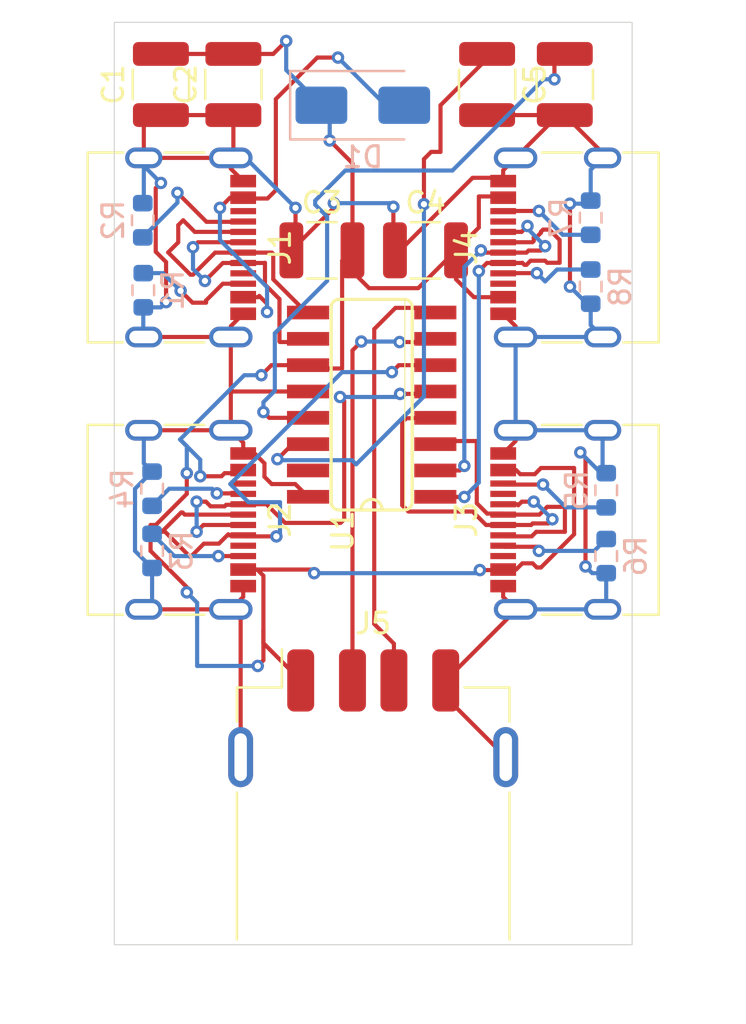
<source format=kicad_pcb>
(kicad_pcb (version 20240108) (generator "pcbnew") (generator_version "8.0")
  (layers (0 "F.Cu" signal) (31 "B.Cu" signal) (34 "B.Paste" user) (35 "F.Paste" user) (36 "B.SilkS" user "B.Silkscreen") (37 "F.SilkS" user "F.Silkscreen") (38 "B.Mask" user) (39 "F.Mask" user) (44 "Edge.Cuts" user))
  (net 0 "")
  (net 1 "VBUS")
  (net 2 "GND")
  (net 3 "Net-(U1-VDD18)")
  (net 4 "Net-(U1-VDD33)")
  (net 5 "Net-(D1-A)")
  (net 6 "usbc_1-")
  (net 8 "Net-(J1-CC2)")
  (net 9 "usbc_1+")
  (net 11 "Net-(J1-CC1)")
  (net 12 "usbc_2+")
  (net 13 "usbc_2-")
  (net 16 "Net-(J2-CC2)")
  (net 17 "Net-(J2-CC1)")
  (net 19 "usbc_3+")
  (net 21 "usbc_3-")
  (net 22 "Net-(J3-CC2)")
  (net 23 "Net-(J3-CC1)")
  (net 24 "usbc_4-")
  (net 25 "Net-(J4-CC1)")
  (net 26 "usbc_4+")
  (net 27 "Net-(J4-CC2)")
  (net 30 "usba+")
  (net 31 "usba-")
  (footprint "Connector_USB:USB_C_Receptacle_G-Switch_GT-USB-7010ASV" (layer "F.Cu") (at 135 97 -90)
    (property "Reference" "J2")
    (property "Value" "USB_C_Receptacle_USB2.0_16P")
  )
  (footprint "Capacitor_SMD:C_1210_3225Metric" (layer "F.Cu") (at 138.25 76 90)
    (property "Reference" "C2")
    (property "Value" "10uF")
  )
  (footprint "Capacitor_SMD:C_1210_3225Metric" (layer "F.Cu") (at 134.75 76 90)
    (property "Reference" "C1")
    (property "Value" "10uF")
  )
  (footprint "Capacitor_SMD:C_1210_3225Metric" (layer "F.Cu") (at 150.5 76 -90)
    (property "Reference" "C5")
    (property "Value" "10uF")
  )
  (footprint "corechips:SO16" (layer "F.Cu") (at 144.9266 91.445 90)
    (property "Reference" "U1")
    (property "Value" "SL2.1A")
  )
  (footprint "Capacitor_SMD:C_1210_3225Metric" (layer "F.Cu") (at 142.525 84)
    (property "Reference" "C3")
    (property "Value" "10uF")
  )
  (footprint "Connector_USB:USB_A_Receptacle_GCT_USB1046" (layer "F.Cu") (at 145 112)
    (property "Reference" "J5")
    (property "Value" "USB_A")
  )
  (footprint "Connector_USB:USB_C_Receptacle_G-Switch_GT-USB-7010ASV" (layer "F.Cu") (at 155 83.86 90)
    (property "Reference" "J4")
    (property "Value" "USB_C_Receptacle_USB2.0_16P")
  )
  (footprint "Capacitor_SMD:C_1210_3225Metric" (layer "F.Cu") (at 147.525 84)
    (property "Reference" "C4")
    (property "Value" "10uF")
  )
  (footprint "Connector_USB:USB_C_Receptacle_G-Switch_GT-USB-7010ASV" (layer "F.Cu") (at 155 97 90)
    (property "Reference" "J3")
    (property "Value" "USB_C_Receptacle_USB2.0_16P")
  )
  (footprint "Capacitor_SMD:C_1210_3225Metric" (layer "F.Cu") (at 154.25 76 -90)
    (property "Reference" "C6" (hide yes))
    (property "Value" "10uF")
  )
  (footprint "Connector_USB:USB_C_Receptacle_G-Switch_GT-USB-7010ASV" (layer "F.Cu") (at 135 83.86 -90)
    (property "Reference" "J1")
    (property "Value" "USB_C_Receptacle_USB2.0_16P")
  )
  (footprint "Resistor_SMD:R_0603_1608Metric" (layer "B.Cu") (at 133.875 82.55 -90)
    (property "Reference" "R2")
    (property "Value" "5.1k")
  )
  (footprint "Resistor_SMD:R_0603_1608Metric" (layer "B.Cu") (at 155.5 85.75 90)
    (property "Reference" "R8")
    (property "Value" "5.1k")
  )
  (footprint "Resistor_SMD:R_0603_1608Metric" (layer "B.Cu") (at 134.325 98.5 90)
    (property "Reference" "R3")
    (property "Value" "5.1k")
  )
  (footprint "Resistor_SMD:R_0603_1608Metric" (layer "B.Cu") (at 134.325 95.5 -90)
    (property "Reference" "R4")
    (property "Value" "5.1k")
  )
  (footprint "Resistor_SMD:R_0603_1608Metric" (layer "B.Cu") (at 156.25 95.575 -90)
    (property "Reference" "R5")
    (property "Value" "5.1k")
  )
  (footprint "Resistor_SMD:R_0603_1608Metric" (layer "B.Cu") (at 156.25 98.75 90)
    (property "Reference" "R6")
    (property "Value" "5.1k")
  )
  (footprint "Diode_SMD:D_SMA" (layer "B.Cu") (at 144.5 77)
    (property "Reference" "D1")
    (property "Value" "D_Schottky_Small")
  )
  (footprint "Resistor_SMD:R_0603_1608Metric" (layer "B.Cu") (at 155.5 82.425 -90)
    (property "Reference" "R7")
    (property "Value" "5.1k")
  )
  (footprint "Resistor_SMD:R_0603_1608Metric" (layer "B.Cu") (at 133.9 85.925 90)
    (property "Reference" "R1")
    (property "Value" "5.1k" (hide yes))
  )
  (gr_rect (start 132.5 73) (end 157.5 117.5) (stroke (width 0.05)) (fill none) (layer "Edge.Cuts"))
  (segment (start 139.7 102.325) (end 139.7 103.775) (width 0.2) (layer "F.Cu") (net 1))
  (segment (start 139.7 103.775) (end 139.425 104.05) (width 0.2) (layer "F.Cu") (net 1))
  (segment (start 153.1 99.3) (end 152.9 99.3) (width 0.2) (layer "F.Cu") (net 1))
  (segment (start 150.1 82.9) (end 150.1 81.4) (width 0.2) (layer "F.Cu") (net 1))
  (segment (start 140.175 74.525) (end 140.8 73.9) (width 0.2) (layer "F.Cu") (net 1))
  (segment (start 150.1 81.4) (end 151.215 81.4) (width 0.2) (layer "F.Cu") (net 1))
  (segment (start 151.215 81.4) (end 151.275 81.46) (width 0.2) (layer "F.Cu") (net 1))
  (segment (start 147.175 85.825) (end 149 84) (width 0.2) (layer "F.Cu") (net 1))
  (segment (start 139.7 102.325) (end 139.7 102.95) (width 0.2) (layer "F.Cu") (net 1))
  (segment (start 138.25 74.525) (end 133.75 74.525) (width 0.2) (layer "F.Cu") (net 1))
  (segment (start 144 85.025) (end 144.8 85.825) (width 0.2) (layer "F.Cu") (net 1))
  (segment (start 144 84) (end 143.5 84.5) (width 0.2) (layer "F.Cu") (net 1))
  (segment (start 151.275 94.6) (end 151.9 94.6) (width 0.2) (layer "F.Cu") (net 1))
  (segment (start 138.725 99.4) (end 139.4 99.4) (width 0.2) (layer "F.Cu") (net 1))
  (segment (start 137.825 94.75) (end 138.575 94.75) (width 0.2) (layer "F.Cu") (net 1))
  (segment (start 143.5 84.5) (end 143.5 89.7) (width 0.2) (layer "F.Cu") (net 1))
  (segment (start 134.25 97.25) (end 134.25 98.5) (width 0.2) (layer "F.Cu") (net 1))
  (segment (start 144 79.8) (end 142.9 78.7) (width 0.2) (layer "F.Cu") (net 1))
  (segment (start 143.5 89.7) (end 142.0132 89.7) (width 0.2) (layer "F.Cu") (net 1))
  (segment (start 139.4 99.4) (end 139.7 99.7) (width 0.2) (layer "F.Cu") (net 1))
  (segment (start 136.65 94.9) (end 137.675 94.9) (width 0.2) (layer "F.Cu") (net 1))
  (segment (start 141.975 99.4) (end 142.15 99.575) (width 0.2) (layer "F.Cu") (net 1))
  (segment (start 139.7 102.95) (end 141.5 104.75) (width 0.2) (layer "F.Cu") (net 1))
  (segment (start 134.5 97.25) (end 134.25 97.25) (width 0.2) (layer "F.Cu") (net 1))
  (segment (start 139.7 99.7) (end 139.7 102.325) (width 0.2) (layer "F.Cu") (net 1))
  (segment (start 152.1 94.8) (end 152.8 94.8) (width 0.2) (layer "F.Cu") (net 1))
  (segment (start 151.9 99.4) (end 151.275 99.4) (width 0.2) (layer "F.Cu") (net 1))
  (segment (start 151.25 99.425) (end 151.275 99.4) (width 0.2) (layer "F.Cu") (net 1))
  (segment (start 134.25 98.5) (end 136 100.25) (width 0.2) (layer "F.Cu") (net 1))
  (segment (start 142.0132 89.7) (end 141.8532 89.54) (width 0.2) (layer "F.Cu") (net 1))
  (segment (start 151.9 94.6) (end 152.1 94.8) (width 0.2) (layer "F.Cu") (net 1))
  (segment (start 152.7 99.1) (end 152.2 99.1) (width 0.2) (layer "F.Cu") (net 1))
  (segment (start 144.8 85.825) (end 147.175 85.825) (width 0.2) (layer "F.Cu") (net 1))
  (segment (start 138.725 99.4) (end 141.975 99.4) (width 0.2) (layer "F.Cu") (net 1))
  (segment (start 150.15 99.425) (end 151.25 99.425) (width 0.2) (layer "F.Cu") (net 1))
  (segment (start 154.7 97.7) (end 153.1 99.3) (width 0.2) (layer "F.Cu") (net 1))
  (segment (start 136 100.25) (end 136 100.5) (width 0.2) (layer "F.Cu") (net 1))
  (segment (start 144 84) (end 144 79.8) (width 0.2) (layer "F.Cu") (net 1))
  (segment (start 136 94.75) (end 136 95.75) (width 0.2) (layer "F.Cu") (net 1))
  (segment (start 152.9 99.3) (end 152.7 99.1) (width 0.2) (layer "F.Cu") (net 1))
  (segment (start 154.7 94.5) (end 154.7 97.7) (width 0.2) (layer "F.Cu") (net 1))
  (segment (start 149.86 86.26) (end 149 85.4) (width 0.2) (layer "F.Cu") (net 1))
  (segment (start 134.5 97.25) (end 136 95.75) (width 0.2) (layer "F.Cu") (net 1))
  (segment (start 149 85.4) (end 149 84) (width 0.2) (layer "F.Cu") (net 1))
  (segment (start 149 84) (end 150.1 82.9) (width 0.2) (layer "F.Cu") (net 1))
  (segment (start 152.2 99.1) (end 151.9 99.4) (width 0.2) (layer "F.Cu") (net 1))
  (segment (start 141.8532 89.54) (end 140.085 89.54) (width 0.2) (layer "F.Cu") (net 1))
  (segment (start 138.575 94.75) (end 138.725 94.6) (width 0.2) (layer "F.Cu") (net 1))
  (segment (start 140.085 89.54) (end 139.6 90.025) (width 0.2) (layer "F.Cu") (net 1))
  (segment (start 153.1 94.5) (end 154.7 94.5) (width 0.2) (layer "F.Cu") (net 1))
  (segment (start 138.25 74.525) (end 140.175 74.525) (width 0.2) (layer "F.Cu") (net 1))
  (segment (start 137.675 94.9) (end 137.825 94.75) (width 0.2) (layer "F.Cu") (net 1))
  (segment (start 144 84) (end 144 85.025) (width 0.2) (layer "F.Cu") (net 1))
  (segment (start 151.275 86.26) (end 149.86 86.26) (width 0.2) (layer "F.Cu") (net 1))
  (segment (start 152.8 94.8) (end 153.1 94.5) (width 0.2) (layer "F.Cu") (net 1))
  (via (at 139.6 90.025) (size 0.6) (drill 0.3) (layers "F.Cu" "B.Cu") (net 1))
  (via (at 139.425 104.05) (size 0.6) (drill 0.3) (layers "F.Cu" "B.Cu") (net 1))
  (via (at 150.15 99.425) (size 0.6) (drill 0.3) (layers "F.Cu" "B.Cu") (net 1))
  (via (at 140.8 73.9) (size 0.6) (drill 0.3) (layers "F.Cu" "B.Cu") (net 1))
  (via (at 136 94.75) (size 0.6) (drill 0.3) (layers "F.Cu" "B.Cu") (net 1))
  (via (at 142.9 78.7) (size 0.6) (drill 0.3) (layers "F.Cu" "B.Cu") (net 1))
  (via (at 136.65 94.9) (size 0.6) (drill 0.3) (layers "F.Cu" "B.Cu") (net 1))
  (via (at 136 100.5) (size 0.6) (drill 0.3) (layers "F.Cu" "B.Cu") (net 1))
  (via (at 142.15 99.575) (size 0.6) (drill 0.3) (layers "F.Cu" "B.Cu") (net 1))
  (segment (start 136.5 101) (end 136.5 104.05) (width 0.2) (layer "B.Cu") (net 1))
  (segment (start 142.9 78.7) (end 142.9 77.4) (width 0.2) (layer "B.Cu") (net 1))
  (segment (start 139.425 104.05) (end 136.5 104.05) (width 0.2) (layer "B.Cu") (net 1))
  (segment (start 139.6 90.025) (end 138.775 90.025) (width 0.2) (layer "B.Cu") (net 1))
  (segment (start 142.15 99.575) (end 150 99.575) (width 0.2) (layer "B.Cu") (net 1))
  (segment (start 150 99.575) (end 150.15 99.425) (width 0.2) (layer "B.Cu") (net 1))
  (segment (start 140.8 75.3) (end 140.8 73.9) (width 0.2) (layer "B.Cu") (net 1))
  (segment (start 136 93.45) (end 136 94.75) (width 0.2) (layer "B.Cu") (net 1))
  (segment (start 135.675 93.125) (end 136.65 94.1) (width 0.2) (layer "B.Cu") (net 1))
  (segment (start 136 100.5) (end 136.5 101) (width 0.2) (layer "B.Cu") (net 1))
  (segment (start 135.675 93.125) (end 138.775 90.025) (width 0.2) (layer "B.Cu") (net 1))
  (segment (start 135.675 93.125) (end 136 93.45) (width 0.2) (layer "B.Cu") (net 1))
  (segment (start 142.5 77) (end 140.8 75.3) (width 0.2) (layer "B.Cu") (net 1))
  (segment (start 136.65 94.1) (end 136.65 94.9) (width 0.2) (layer "B.Cu") (net 1))
  (segment (start 142.9 77.4) (end 142.5 77) (width 0.2) (layer "B.Cu") (net 1))
  (segment (start 153.94 77.475) (end 151.875 79.54) (width 0.2) (layer "F.Cu") (net 2))
  (segment (start 138.125 92.68) (end 138.725 93.28) (width 0.2) (layer "F.Cu") (net 2))
  (segment (start 134.5 84.065686) (end 135 84.565686) (width 0.2) (layer "F.Cu") (net 2))
  (segment (start 138.25 77.475) (end 138.25 79.415) (width 0.2) (layer "F.Cu") (net 2))
  (segment (start 148.5 105.55) (end 151.4 108.45) (width 0.2) (layer "F.Cu") (net 2))
  (segment (start 138.125 79.54) (end 133.925 79.54) (width 0.2) (layer "F.Cu") (net 2))
  (segment (start 151.115 80.5) (end 151.275 80.66) (width 0.2) (layer "F.Cu") (net 2))
  (segment (start 134.5 81) (end 134.75 80.75) (width 0.2) (layer "F.Cu") (net 2))
  (segment (start 151.875 101.375) (end 151.875 101.32) (width 0.2) (layer "F.Cu") (net 2))
  (segment (start 145.975 83.925) (end 146.05 84) (width 0.2) (layer "F.Cu") (net 2))
  (segment (start 141.25 81.95) (end 141.25 83.8) (width 0.2) (layer "F.Cu") (net 2))
  (segment (start 134.5 84) (end 134.5 81) (width 0.2) (layer "F.Cu") (net 2))
  (segment (start 138.25 77.475) (end 133.75 77.475) (width 0.2) (layer "F.Cu") (net 2))
  (segment (start 141.2382 95.275) (end 140.1 95.275) (width 0.2) (layer "F.Cu") (net 2))
  (segment (start 138.25 79.415) (end 138.125 79.54) (width 0.2) (layer "F.Cu") (net 2))
  (segment (start 133.75 77.475) (end 133.925 77.65) (width 0.2) (layer "F.Cu") (net 2))
  (segment (start 135 86.5) (end 135 84.565686) (width 0.2) (layer "F.Cu") (net 2))
  (segment (start 139.275 93.8) (end 139.75 94.275) (width 0.2) (layer "F.Cu") (net 2))
  (segment (start 138.125 80.06) (end 138.725 80.66) (width 0.2) (layer "F.Cu") (net 2))
  (segment (start 138.725 93.28) (end 138.725 93.8) (width 0.2) (layer "F.Cu") (net 2))
  (segment (start 143.1 81.95) (end 143.1 81.725) (width 0.2) (layer "F.Cu") (net 2))
  (segment (start 139.75 94.925) (end 140.1 95.275) (width 0.2) (layer "F.Cu") (net 2))
  (segment (start 148.5 104.75) (end 148.5 105.55) (width 0.2) (layer "F.Cu") (net 2))
  (segment (start 138.125 79.54) (end 138.125 80.06) (width 0.2) (layer "F.Cu") (net 2))
  (segment (start 133.925 88.18) (end 138.125 88.18) (width 0.2) (layer "F.Cu") (net 2))
  (segment (start 154.25 77.475) (end 156.075 79.3) (width 0.2) (layer "F.Cu") (net 2))
  (segment (start 138.725 93.8) (end 139.275 93.8) (width 0.2) (layer "F.Cu") (net 2))
  (segment (start 138.125 87.66) (end 138.725 87.06) (width 0.2) (layer "F.Cu") (net 2))
  (segment (start 138.125 88.18) (end 138.125 90.7) (width 0.2) (layer "F.Cu") (net 2))
  (segment (start 151.875 93.2) (end 151.275 93.8) (width 0.2) (layer "F.Cu") (net 2))
  (segment (start 138.125 92.68) (end 133.925 92.68) (width 0.2) (layer "F.Cu") (net 2))
  (segment (start 156.075 79.3) (end 156.075 79.54) (width 0.2) (layer "F.Cu") (net 2))
  (segment (start 151.275 80.14) (end 151.875 79.54) (width 0.2) (layer "F.Cu") (net 2))
  (segment (start 138.6 108.45) (end 138.6 101.795) (width 0.2) (layer "F.Cu") (net 2))
  (segment (start 138.6 101.795) (end 138.125 101.32) (width 0.2) (layer "F.Cu") (net 2))
  (segment (start 151.875 92.68) (end 151.875 93.2) (width 0.2) (layer "F.Cu") (net 2))
  (segment (start 149.8 80.5) (end 151.115 80.5) (width 0.2) (layer "F.Cu") (net 2))
  (segment (start 151.875 88.18) (end 151.875 87.66) (width 0.2) (layer "F.Cu") (net 2))
  (segment (start 151.875 87.66) (end 151.275 87.06) (width 0.2) (layer "F.Cu") (net 2))
  (segment (start 134.5 84.065686) (end 134.5 84) (width 0.2) (layer "F.Cu") (net 2))
  (segment (start 154.5 85.75) (end 154.5 81.75) (width 0.2) (layer "F.Cu") (net 2))
  (segment (start 148.5 104.75) (end 151.875 101.375) (width 0.2) (layer "F.Cu") (net 2))
  (segment (start 133.925 77.65) (end 133.925 79.54) (width 0.2) (layer "F.Cu") (net 2))
  (segment (start 138.235 90.81) (end 138.125 90.7) (width 0.2) (layer "F.Cu") (net 2))
  (segment (start 141.8532 95.89) (end 141.2382 95.275) (width 0.2) (layer "F.Cu") (net 2))
  (segment (start 145.975 81.9) (end 145.975 83.925) (width 0.2) (layer "F.Cu") (net 2))
  (segment (start 154.25 77.475) (end 153.94 77.475) (width 0.2) (layer "F.Cu") (net 2))
  (segment (start 146.05 84) (end 146.3 84) (width 0.2) (layer "F.Cu") (net 2))
  (segment (start 141.05 84) (end 143.1 81.95) (width 0.2) (layer "F.Cu") (net 2))
  (segment (start 150.5 77.475) (end 154.25 77.475) (width 0.2) (layer "F.Cu") (net 2))
  (segment (start 151.275 100.2) (end 151.275 100.72) (width 0.2) (layer "F.Cu") (net 2))
  (segment (start 151.275 100.72) (end 151.875 101.32) (width 0.2) (layer "F.Cu") (net 2))
  (segment (start 155.25 99.25) (end 155.25 94) (width 0.2) (layer "F.Cu") (net 2))
  (segment (start 146.3 84) (end 149.8 80.5) (width 0.2) (layer "F.Cu") (net 2))
  (segment (start 139.75 94.275) (end 139.75 94.925) (width 0.2) (layer "F.Cu") (net 2))
  (segment (start 141.8532 90.81) (end 138.235 90.81) (width 0.2) (layer "F.Cu") (net 2))
  (segment (start 138.125 88.18) (end 138.125 87.66) (width 0.2) (layer "F.Cu") (net 2))
  (segment (start 141.25 83.8) (end 141.05 84) (width 0.2) (layer "F.Cu") (net 2))
  (segment (start 138.725 100.2) (end 138.725 100.72) (width 0.2) (layer "F.Cu") (net 2))
  (segment (start 133.925 101.32) (end 138.125 101.32) (width 0.2) (layer "F.Cu") (net 2))
  (segment (start 151.275 80.66) (end 151.275 80.14) (width 0.2) (layer "F.Cu") (net 2))
  (segment (start 138.725 100.72) (end 138.125 101.32) (width 0.2) (layer "F.Cu") (net 2))
  (segment (start 138.125 90.7) (end 138.125 92.68) (width 0.2) (layer "F.Cu") (net 2))
  (segment (start 155.25 94) (end 155 93.75) (width 0.2) (layer "F.Cu") (net 2))
  (via (at 145.975 81.9) (size 0.6) (drill 0.3) (layers "F.Cu" "B.Cu") (net 2))
  (via (at 154.5 85.75) (size 0.6) (drill 0.3) (layers "F.Cu" "B.Cu") (net 2))
  (via (at 143.1 81.725) (size 0.6) (drill 0.3) (layers "F.Cu" "B.Cu") (net 2))
  (via (at 134.75 80.75) (size 0.6) (drill 0.3) (layers "F.Cu" "B.Cu") (net 2))
  (via (at 135 86.5) (size 0.6) (drill 0.3) (layers "F.Cu" "B.Cu") (net 2))
  (via (at 155 93.75) (size 0.6) (drill 0.3) (layers "F.Cu" "B.Cu") (net 2))
  (via (at 155.25 99.25) (size 0.6) (drill 0.3) (layers "F.Cu" "B.Cu") (net 2))
  (via (at 141.25 81.95) (size 0.6) (drill 0.3) (layers "F.Cu" "B.Cu") (net 2))
  (via (at 154.5 81.75) (size 0.6) (drill 0.3) (layers "F.Cu" "B.Cu") (net 2))
  (segment (start 156.25 99.575) (end 156.25 101.145) (width 0.2) (layer "B.Cu") (net 2))
  (segment (start 133.9 88.155) (end 133.925 88.18) (width 0.2) (layer "B.Cu") (net 2))
  (segment (start 145.8 81.725) (end 145.975 81.9) (width 0.2) (layer "B.Cu") (net 2))
  (segment (start 155.5 86.575) (end 155.325 86.575) (width 0.2) (layer "B.Cu") (net 2))
  (segment (start 134.325 94.675) (end 133.925 94.275) (width 0.2) (layer "B.Cu") (net 2))
  (segment (start 133.925 79.54) (end 133.925 81.675) (width 0.2) (layer "B.Cu") (net 2))
  (segment (start 133.925 81.675) (end 133.875 81.725) (width 0.2) (layer "B.Cu") (net 2))
  (segment (start 133.925 79.925) (end 133.925 79.54) (width 0.2) (layer "B.Cu") (net 2))
  (segment (start 155.5 86.575) (end 155.5 87.605) (width 0.2) (layer "B.Cu") (net 2))
  (segment (start 134.325 94.675) (end 133.5 95.5) (width 0.2) (layer "B.Cu") (net 2))
  (segment (start 155.325 86.575) (end 154.5 85.75) (width 0.2) (layer "B.Cu") (net 2))
  (segment (start 134.325 99.325) (end 134.325 100.92) (width 0.2) (layer "B.Cu") (net 2))
  (segment (start 133.5 98.5) (end 134.325 99.325) (width 0.2) (layer "B.Cu") (net 2))
  (segment (start 154.5 81.75) (end 155.35 81.75) (width 0.2) (layer "B.Cu") (net 2))
  (segment (start 156.075 92.68) (end 151.875 92.68) (width 0.2) (layer "B.Cu") (net 2))
  (segment (start 156.25 101.145) (end 156.075 101.32) (width 0.2) (layer "B.Cu") (net 2))
  (segment (start 156.075 92.68) (end 156.075 94.575) (width 0.2) (layer "B.Cu") (net 2))
  (segment (start 155 93.75) (end 156 94.75) (width 0.2) (layer "B.Cu") (net 2))
  (segment (start 155.5 81.6) (end 155.5 80.115) (width 0.2) (layer "B.Cu") (net 2))
  (segment (start 155.5 80.115) (end 156.075 79.54) (width 0.2) (layer "B.Cu") (net 2))
  (segment (start 155.5 87.605) (end 156.075 88.18) (width 0.2) (layer "B.Cu") (net 2))
  (segment (start 156 94.75) (end 156.25 94.75) (width 0.2) (layer "B.Cu") (net 2))
  (segment (start 155.575 99.575) (end 155.25 99.25) (width 0.2) (layer "B.Cu") (net 2))
  (segment (start 133.9 86.75) (end 133.9 88.155) (width 0.2) (layer "B.Cu") (net 2))
  (segment (start 156.075 88.18) (end 151.875 88.18) (width 0.2) (layer "B.Cu") (net 2))
  (segment (start 156.075 101.32) (end 151.875 101.32) (width 0.2) (layer "B.Cu") (net 2))
  (segment (start 155.35 81.75) (end 155.5 81.6) (width 0.2) (layer "B.Cu") (net 2))
  (segment (start 138.84 79.54) (end 141.25 81.95) (width 0.2) (layer "B.Cu") (net 2))
  (segment (start 156.075 94.575) (end 156.25 94.75) (width 0.2) (layer "B.Cu") (net 2))
  (segment (start 133.9 86.75) (end 134.75 86.75) (width 0.2) (layer "B.Cu") (net 2))
  (segment (start 151.875 88.18) (end 151.875 92.68) (width 0.2) (layer "B.Cu") (net 2))
  (segment (start 143.1 81.725) (end 145.8 81.725) (width 0.2) (layer "B.Cu") (net 2))
  (segment (start 134.325 100.92) (end 133.925 101.32) (width 0.2) (layer "B.Cu") (net 2))
  (segment (start 134.75 80.75) (end 133.925 79.925) (width 0.2) (layer "B.Cu") (net 2))
  (segment (start 134.75 86.75) (end 135 86.5) (width 0.2) (layer "B.Cu") (net 2))
  (segment (start 156.25 99.575) (end 155.575 99.575) (width 0.2) (layer "B.Cu") (net 2))
  (segment (start 133.5 95.5) (end 133.5 98.5) (width 0.2) (layer "B.Cu") (net 2))
  (segment (start 133.925 94.275) (end 133.925 92.68) (width 0.2) (layer "B.Cu") (net 2))
  (segment (start 138.125 79.54) (end 138.84 79.54) (width 0.2) (layer "B.Cu") (net 2))
  (segment (start 148.25 79.25) (end 147.8 79.25) (width 0.2) (layer "F.Cu") (net 3))
  (segment (start 140.375 94.075) (end 141.1 93.35) (width 0.2) (layer "F.Cu") (net 3))
  (segment (start 147.45 79.6) (end 147.45 81.775) (width 0.2) (layer "F.Cu") (net 3))
  (segment (start 150.5 74.525) (end 150.5 74.75) (width 0.2) (layer "F.Cu") (net 3))
  (segment (start 148.25 77) (end 148.25 79.25) (width 0.2) (layer "F.Cu") (net 3))
  (segment (start 147.8 79.25) (end 147.45 79.6) (width 0.2) (layer "F.Cu") (net 3))
  (segment (start 150.5 74.75) (end 148.25 77) (width 0.2) (layer "F.Cu") (net 3))
  (segment (start 141.1 93.35) (end 141.8532 93.35) (width 0.2) (layer "F.Cu") (net 3))
  (via (at 147.45 81.775) (size 0.6) (drill 0.3) (layers "F.Cu" "B.Cu") (net 3))
  (via (at 140.375 94.075) (size 0.6) (drill 0.3) (layers "F.Cu" "B.Cu") (net 3))
  (segment (start 140.425 94.125) (end 143.975 94.125) (width 0.2) (layer "B.Cu") (net 3))
  (segment (start 144.175 94.325) (end 143.975 94.125) (width 0.2) (layer "B.Cu") (net 3))
  (segment (start 140.425 94.125) (end 140.375 94.075) (width 0.2) (layer "B.Cu") (net 3))
  (segment (start 147.45 81.775) (end 147.45 91.05) (width 0.2) (layer "B.Cu") (net 3))
  (segment (start 147.45 91.05) (end 144.175 94.325) (width 0.2) (layer "B.Cu") (net 3))
  (segment (start 153.75 75.025) (end 154.25 74.525) (width 0.2) (layer "F.Cu") (net 4))
  (segment (start 153.75 75.75) (end 153.75 75.025) (width 0.2) (layer "F.Cu") (net 4))
  (segment (start 139.98 92.08) (end 139.7 91.8) (width 0.2) (layer "F.Cu") (net 4))
  (segment (start 141.8532 92.08) (end 139.98 92.08) (width 0.2) (layer "F.Cu") (net 4))
  (via (at 153.75 75.75) (size 0.6) (drill 0.3) (layers "F.Cu" "B.Cu") (net 4))
  (via (at 139.7 91.8) (size 0.6) (drill 0.3) (layers "F.Cu" "B.Cu") (net 4))
  (segment (start 142.775 85.475) (end 142.775 82.375) (width 0.2) (layer "B.Cu") (net 4))
  (segment (start 140.25 90.775) (end 140.25 88) (width 0.2) (layer "B.Cu") (net 4))
  (segment (start 143.65 80.15) (end 148.825 80.15) (width 0.2) (layer "B.Cu") (net 4))
  (segment (start 142.2 81.6) (end 143.65 80.15) (width 0.2) (layer "B.Cu") (net 4))
  (segment (start 142.2 81.8) (end 142.2 81.6) (width 0.2) (layer "B.Cu") (net 4))
  (segment (start 142.775 82.375) (end 142.2 81.8) (width 0.2) (layer "B.Cu") (net 4))
  (segment (start 140.25 88) (end 142.775 85.475) (width 0.2) (layer "B.Cu") (net 4))
  (segment (start 139.7 91.8) (end 139.7 91.325) (width 0.2) (layer "B.Cu") (net 4))
  (segment (start 139.7 91.325) (end 140.25 90.775) (width 0.2) (layer "B.Cu") (net 4))
  (segment (start 153.225 75.75) (end 153.75 75.75) (width 0.2) (layer "B.Cu") (net 4))
  (segment (start 148.825 80.15) (end 153.225 75.75) (width 0.2) (layer "B.Cu") (net 4))
  (segment (start 143.3 74.7) (end 142.3 74.7) (width 0.2) (layer "F.Cu") (net 5))
  (segment (start 139.875 86.975) (end 139.875 86.575) (width 0.2) (layer "F.Cu") (net 5))
  (segment (start 139.9 81.5) (end 138.765 81.5) (width 0.2) (layer "F.Cu") (net 5))
  (segment (start 140.3 81.1) (end 139.9 81.5) (width 0.2) (layer "F.Cu") (net 5))
  (segment (start 138.765 81.5) (end 138.725 81.46) (width 0.2) (layer "F.Cu") (net 5))
  (segment (start 139.875 86.575) (end 139.5 86.2) (width 0.2) (layer "F.Cu") (net 5))
  (segment (start 138.09 81.46) (end 137.6 81.95) (width 0.2) (layer "F.Cu") (net 5))
  (segment (start 138.725 81.46) (end 138.09 81.46) (width 0.2) (layer "F.Cu") (net 5))
  (segment (start 142.3 74.7) (end 140.3 76.7) (width 0.2) (layer "F.Cu") (net 5))
  (segment (start 140.3 76.7) (end 140.3 81.1) (width 0.2) (layer "F.Cu") (net 5))
  (segment (start 139.5 86.2) (end 139.44 86.26) (width 0.2) (layer "F.Cu") (net 5))
  (segment (start 139.44 86.26) (end 138.725 86.26) (width 0.2) (layer "F.Cu") (net 5))
  (via (at 137.6 81.95) (size 0.6) (drill 0.3) (layers "F.Cu" "B.Cu") (net 5))
  (via (at 143.3 74.7) (size 0.6) (drill 0.3) (layers "F.Cu" "B.Cu") (net 5))
  (via (at 139.875 86.975) (size 0.6) (drill 0.3) (layers "F.Cu" "B.Cu") (net 5))
  (segment (start 139.875 85.775) (end 139.875 86.975) (width 0.2) (layer "B.Cu") (net 5))
  (segment (start 146.5 77) (end 145.6 77) (width 0.2) (layer "B.Cu") (net 5))
  (segment (start 137.6 83.5) (end 139.875 85.775) (width 0.2) (layer "B.Cu") (net 5))
  (segment (start 137.6 81.95) (end 137.6 83.5) (width 0.2) (layer "B.Cu") (net 5))
  (segment (start 145.6 77) (end 143.3 74.7) (width 0.2) (layer "B.Cu") (net 5))
  (segment (start 135.825 82.55) (end 136.385 83.11) (width 0.2) (layer "F.Cu") (net 6))
  (segment (start 140.175 84.175) (end 140.175 85.4) (width 0.2) (layer "F.Cu") (net 6))
  (segment (start 136.175 85.175) (end 135.1 84.1) (width 0.2) (layer "F.Cu") (net 6))
  (segment (start 137.365 84.11) (end 136.3 85.175) (width 0.2) (layer "F.Cu") (net 6))
  (segment (start 140.175 85.4) (end 141.775 87) (width 0.2) (layer "F.Cu") (net 6))
  (segment (start 138.725 84.11) (end 137.365 84.11) (width 0.2) (layer "F.Cu") (net 6))
  (segment (start 135.1 84.1) (end 135.588235 83.611765) (width 0.2) (layer "F.Cu") (net 6))
  (segment (start 138.725 84.11) (end 140.11 84.11) (width 0.2) (layer "F.Cu") (net 6))
  (segment (start 135.588235 82.786765) (end 135.825 82.55) (width 0.2) (layer "F.Cu") (net 6))
  (segment (start 141.725 87) (end 141.8532 87) (width 0.2) (layer "F.Cu") (net 6))
  (segment (start 136.3 85.175) (end 136.175 85.175) (width 0.2) (layer "F.Cu") (net 6))
  (segment (start 136.385 83.11) (end 138.725 83.11) (width 0.2) (layer "F.Cu") (net 6))
  (segment (start 140.11 84.11) (end 140.175 84.175) (width 0.2) (layer "F.Cu") (net 6))
  (segment (start 135.588235 83.611765) (end 135.588235 82.786765) (width 0.2) (layer "F.Cu") (net 6))
  (segment (start 141.775 87) (end 141.8532 87) (width 0.2) (layer "F.Cu") (net 6))
  (segment (start 136.93 86.525) (end 136.93 86.42) (width 0.2) (layer "F.Cu") (net 8))
  (segment (start 135.7 85.95) (end 136.275 86.525) (width 0.2) (layer "F.Cu") (net 8))
  (segment (start 136.275 86.525) (end 136.93 86.525) (width 0.2) (layer "F.Cu") (net 8))
  (segment (start 136.93 86.42) (end 137.74 85.61) (width 0.2) (layer "F.Cu") (net 8))
  (segment (start 137.74 85.61) (end 138.725 85.61) (width 0.2) (layer "F.Cu") (net 8))
  (via (at 135.7 85.95) (size 0.6) (drill 0.3) (layers "F.Cu" "B.Cu") (net 8))
  (segment (start 134.85 85.1) (end 135.7 85.95) (width 0.2) (layer "B.Cu") (net 8))
  (segment (start 133.9 85.1) (end 134.85 85.1) (width 0.2) (layer "B.Cu") (net 8))
  (segment (start 141.6982 88.425) (end 141.8532 88.27) (width 0.2) (layer "F.Cu") (net 9))
  (segment (start 140.5 88.425) (end 141.6982 88.425) (width 0.2) (layer "F.Cu") (net 9))
  (segment (start 140.475 88.4) (end 140.5 88.425) (width 0.2) (layer "F.Cu") (net 9))
  (segment (start 138.725 83.61) (end 136.54 83.61) (width 0.2) (layer "F.Cu") (net 9))
  (segment (start 139.765 84.61) (end 139.775 84.6) (width 0.2) (layer "F.Cu") (net 9))
  (segment (start 136.875 85.475) (end 137.74 84.61) (width 0.2) (layer "F.Cu") (net 9))
  (segment (start 139.775 85.65) (end 140.475 86.35) (width 0.2) (layer "F.Cu") (net 9))
  (segment (start 138.725 84.61) (end 139.765 84.61) (width 0.2) (layer "F.Cu") (net 9))
  (segment (start 137.74 84.61) (end 138.725 84.61) (width 0.2) (layer "F.Cu") (net 9))
  (segment (start 140.475 86.35) (end 140.475 88.4) (width 0.2) (layer "F.Cu") (net 9))
  (segment (start 136.54 83.61) (end 136.3 83.85) (width 0.2) (layer "F.Cu") (net 9))
  (segment (start 139.775 84.6) (end 139.775 85.65) (width 0.2) (layer "F.Cu") (net 9))
  (via (at 136.3 83.85) (size 0.6) (drill 0.3) (layers "F.Cu" "B.Cu") (net 9))
  (via (at 136.875 85.475) (size 0.6) (drill 0.3) (layers "F.Cu" "B.Cu") (net 9))
  (segment (start 136.3 83.85) (end 136.3 84.9) (width 0.2) (layer "B.Cu") (net 9))
  (segment (start 136.3 84.9) (end 136.875 85.475) (width 0.2) (layer "B.Cu") (net 9))
  (segment (start 135.55 81.225) (end 136.95 82.625) (width 0.2) (layer "F.Cu") (net 11))
  (segment (start 138.71 82.625) (end 138.725 82.61) (width 0.2) (layer "F.Cu") (net 11))
  (segment (start 136.95 82.625) (end 138.71 82.625) (width 0.2) (layer "F.Cu") (net 11))
  (via (at 135.55 81.225) (size 0.6) (drill 0.3) (layers "F.Cu" "B.Cu") (net 11))
  (segment (start 135.55 81.225) (end 135.55 81.7) (width 0.2) (layer "B.Cu") (net 11))
  (segment (start 135.55 81.7) (end 133.875 83.375) (width 0.2) (layer "B.Cu") (net 11))
  (segment (start 138.725 96.75) (end 135.9 96.75) (width 0.2) (layer "F.Cu") (net 12))
  (segment (start 135.8 96.65) (end 135.725 96.65) (width 0.2) (layer "F.Cu") (net 12))
  (segment (start 140.325 97.8) (end 138.775 97.8) (width 0.2) (layer "F.Cu") (net 12))
  (segment (start 138.775 97.8) (end 138.725 97.75) (width 0.2) (layer "F.Cu") (net 12))
  (segment (start 136.825 98.15) (end 137.55 98.15) (width 0.2) (layer "F.Cu") (net 12))
  (segment (start 137.55 98.15) (end 138 97.7) (width 0.2) (layer "F.Cu") (net 12))
  (segment (start 134.95 97.575) (end 136.175 98.8) (width 0.2) (layer "F.Cu") (net 12))
  (segment (start 138.05 97.75) (end 138.725 97.75) (width 0.2) (layer "F.Cu") (net 12))
  (segment (start 146.235 89.54) (end 145.9 89.875) (width 0.2) (layer "F.Cu") (net 12))
  (segment (start 134.8 97.575) (end 134.95 97.575) (width 0.2) (layer "F.Cu") (net 12))
  (segment (start 136.175 98.8) (end 136.825 98.15) (width 0.2) (layer "F.Cu") (net 12))
  (segment (start 138 97.7) (end 138.05 97.75) (width 0.2) (layer "F.Cu") (net 12))
  (segment (start 148 89.54) (end 146.235 89.54) (width 0.2) (layer "F.Cu") (net 12))
  (segment (start 135.9 96.75) (end 135.8 96.65) (width 0.2) (layer "F.Cu") (net 12))
  (segment (start 135.725 96.65) (end 134.8 97.575) (width 0.2) (layer "F.Cu") (net 12))
  (via (at 140.325 97.8) (size 0.6) (drill 0.3) (layers "F.Cu" "B.Cu") (net 12))
  (via (at 145.9 89.875) (size 0.6) (drill 0.3) (layers "F.Cu" "B.Cu") (net 12))
  (segment (start 143.5 89.875) (end 138.1 95.275) (width 0.2) (layer "B.Cu") (net 12))
  (segment (start 140.5 97.625) (end 140.325 97.8) (width 0.2) (layer "B.Cu") (net 12))
  (segment (start 138.975 96.15) (end 140.5 96.15) (width 0.2) (layer "B.Cu") (net 12))
  (segment (start 140.5 96.15) (end 140.5 97.625) (width 0.2) (layer "B.Cu") (net 12))
  (segment (start 145.9 89.875) (end 143.5 89.875) (width 0.2) (layer "B.Cu") (net 12))
  (segment (start 138.1 95.275) (end 138.975 96.15) (width 0.2) (layer "B.Cu") (net 12))
  (segment (start 137.9 96.275) (end 138.7 96.275) (width 0.2) (layer "F.Cu") (net 13))
  (segment (start 137.825 96.35) (end 137.9 96.275) (width 0.2) (layer "F.Cu") (net 13))
  (segment (start 139.85 96.25) (end 140.75 97.15) (width 0.2) (layer "F.Cu") (net 13))
  (segment (start 136.925 96.125) (end 137.15 96.35) (width 0.2) (layer "F.Cu") (net 13))
  (segment (start 143.6 91.275) (end 143.4 91.075) (width 0.2) (layer "F.Cu") (net 13))
  (segment (start 146.3 90.925) (end 147.885 90.925) (width 0.2) (layer "F.Cu") (net 13))
  (segment (start 143.6 96.975) (end 143.6 91.275) (width 0.2) (layer "F.Cu") (net 13))
  (segment (start 136.8 97.25) (end 136.475 97.575) (width 0.2) (layer "F.Cu") (net 13))
  (segment (start 143.425 97.15) (end 143.6 96.975) (width 0.2) (layer "F.Cu") (net 13))
  (segment (start 138.7 96.275) (end 138.725 96.25) (width 0.2) (layer "F.Cu") (net 13))
  (segment (start 147.885 90.925) (end 148 90.81) (width 0.2) (layer "F.Cu") (net 13))
  (segment (start 138.725 97.25) (end 136.8 97.25) (width 0.2) (layer "F.Cu") (net 13))
  (segment (start 138.725 96.25) (end 139.85 96.25) (width 0.2) (layer "F.Cu") (net 13))
  (segment (start 136.475 96.125) (end 136.925 96.125) (width 0.2) (layer "F.Cu") (net 13))
  (segment (start 140.75 97.15) (end 143.425 97.15) (width 0.2) (layer "F.Cu") (net 13))
  (segment (start 137.15 96.35) (end 137.825 96.35) (width 0.2) (layer "F.Cu") (net 13))
  (via (at 136.475 96.125) (size 0.6) (drill 0.3) (layers "F.Cu" "B.Cu") (net 13))
  (via (at 136.475 97.575) (size 0.6) (drill 0.3) (layers "F.Cu" "B.Cu") (net 13))
  (via (at 146.3 90.925) (size 0.6) (drill 0.3) (layers "F.Cu" "B.Cu") (net 13))
  (via (at 143.4 91.075) (size 0.6) (drill 0.3) (layers "F.Cu" "B.Cu") (net 13))
  (segment (start 143.4 91.075) (end 146.15 91.075) (width 0.2) (layer "B.Cu") (net 13))
  (segment (start 146.15 91.075) (end 146.3 90.925) (width 0.2) (layer "B.Cu") (net 13))
  (segment (start 136.475 97.575) (end 136.475 96.125) (width 0.2) (layer "B.Cu") (net 13))
  (segment (start 137.525 98.75) (end 138.725 98.75) (width 0.2) (layer "F.Cu") (net 16))
  (via (at 137.525 98.75) (size 0.6) (drill 0.3) (layers "F.Cu" "B.Cu") (net 16))
  (segment (start 135.4 98.75) (end 134.325 97.675) (width 0.2) (layer "B.Cu") (net 16))
  (segment (start 137.525 98.75) (end 135.4 98.75) (width 0.2) (layer "B.Cu") (net 16))
  (segment (start 138.7 95.725) (end 138.725 95.75) (width 0.2) (layer "F.Cu") (net 17))
  (segment (start 137.45 95.725) (end 138.7 95.725) (width 0.2) (layer "F.Cu") (net 17))
  (via (at 137.45 95.725) (size 0.6) (drill 0.3) (layers "F.Cu" "B.Cu") (net 17))
  (segment (start 135.15 95.5) (end 134.325 96.325) (width 0.2) (layer "B.Cu") (net 17))
  (segment (start 137.45 95.725) (end 137.225 95.5) (width 0.2) (layer "B.Cu") (net 17))
  (segment (start 137.225 95.5) (end 135.15 95.5) (width 0.2) (layer "B.Cu") (net 17))
  (segment (start 147.98 92.1) (end 146.6 92.1) (width 0.2) (layer "F.Cu") (net 19))
  (segment (start 146.6 92.1) (end 146.4 92.3) (width 0.2) (layer "F.Cu") (net 19))
  (segment (start 151.95 96.25) (end 151.275 96.25) (width 0.2) (layer "F.Cu") (net 19))
  (segment (start 148 92.08) (end 147.98 92.1) (width 0.2) (layer "F.Cu") (net 19))
  (segment (start 146.4 96.3) (end 146.7 96.6) (width 0.2) (layer "F.Cu") (net 19))
  (segment (start 146.4 92.3) (end 146.4 96.3) (width 0.2) (layer "F.Cu") (net 19))
  (segment (start 153.45 97.175) (end 153.65 96.975) (width 0.2) (layer "F.Cu") (net 19))
  (segment (start 149.8 96.6) (end 150.45 97.25) (width 0.2) (layer "F.Cu") (net 19))
  (segment (start 151.275 97.25) (end 152.625 97.25) (width 0.2) (layer "F.Cu") (net 19))
  (segment (start 152 96.3) (end 151.95 96.25) (width 0.2) (layer "F.Cu") (net 19))
  (segment (start 150.45 97.25) (end 151.275 97.25) (width 0.2) (layer "F.Cu") (net 19))
  (segment (start 146.7 96.6) (end 149.8 96.6) (width 0.2) (layer "F.Cu") (net 19))
  (segment (start 152.7 97.175) (end 152.75 97.175) (width 0.2) (layer "F.Cu") (net 19))
  (segment (start 152.75 96.125) (end 152.175 96.125) (width 0.2) (layer "F.Cu") (net 19))
  (segment (start 152.625 97.25) (end 152.7 97.175) (width 0.2) (layer "F.Cu") (net 19))
  (segment (start 152.175 96.125) (end 152 96.3) (width 0.2) (layer "F.Cu") (net 19))
  (segment (start 152.75 97.175) (end 153.45 97.175) (width 0.2) (layer "F.Cu") (net 19))
  (via (at 153.65 96.975) (size 0.6) (drill 0.3) (layers "F.Cu" "B.Cu") (net 19))
  (via (at 152.75 96.125) (size 0.6) (drill 0.3) (layers "F.Cu" "B.Cu") (net 19))
  (segment (start 153.65 96.975) (end 152.8 96.125) (width 0.2) (layer "B.Cu") (net 19))
  (segment (start 152.8 96.125) (end 152.75 96.125) (width 0.2) (layer "B.Cu") (net 19))
  (segment (start 152.871814 97.579657) (end 154.254657 97.579657) (width 0.2) (layer "F.Cu") (net 21))
  (segment (start 150 93.2) (end 148.15 93.2) (width 0.2) (layer "F.Cu") (net 21))
  (segment (start 148.15 93.2) (end 148 93.35) (width 0.2) (layer "F.Cu") (net 21))
  (segment (start 151.325 97.8) (end 152.651471 97.8) (width 0.2) (layer "F.Cu") (net 21))
  (segment (start 150.5 96.7) (end 150 96.2) (width 0.2) (layer "F.Cu") (net 21))
  (segment (start 151.225 96.7) (end 150.5 96.7) (width 0.2) (layer "F.Cu") (net 21))
  (segment (start 151.275 96.75) (end 151.225 96.7) (width 0.2) (layer "F.Cu") (net 21))
  (segment (start 150 96.2) (end 150 93.2) (width 0.2) (layer "F.Cu") (net 21))
  (segment (start 152.651471 97.8) (end 152.871814 97.579657) (width 0.2) (layer "F.Cu") (net 21))
  (segment (start 153.026471 96.75) (end 153.401471 96.375) (width 0.2) (layer "F.Cu") (net 21))
  (segment (start 151.275 96.75) (end 153.026471 96.75) (width 0.2) (layer "F.Cu") (net 21))
  (segment (start 153.401471 96.375) (end 154.204657 96.375) (width 0.2) (layer "F.Cu") (net 21))
  (segment (start 154.204657 96.375) (end 154.254657 96.425) (width 0.2) (layer "F.Cu") (net 21))
  (segment (start 151.275 97.75) (end 151.325 97.8) (width 0.2) (layer "F.Cu") (net 21))
  (segment (start 154.254657 97.579657) (end 154.254657 96.425) (width 0.2) (layer "F.Cu") (net 21))
  (segment (start 153.2 95.3) (end 151.325 95.3) (width 0.2) (layer "F.Cu") (net 22))
  (segment (start 151.325 95.3) (end 151.275 95.25) (width 0.2) (layer "F.Cu") (net 22))
  (via (at 153.2 95.3) (size 0.6) (drill 0.3) (layers "F.Cu" "B.Cu") (net 22))
  (segment (start 153.2 95.3) (end 154.3 96.4) (width 0.2) (layer "B.Cu") (net 22))
  (segment (start 156.25 96.4) (end 154.3 96.4) (width 0.2) (layer "B.Cu") (net 22))
  (segment (start 151.325 98.3) (end 151.275 98.25) (width 0.2) (layer "F.Cu") (net 23))
  (segment (start 153 98.3) (end 151.325 98.3) (width 0.2) (layer "F.Cu") (net 23))
  (segment (start 153 98.3) (end 153 98.5) (width 0.2) (layer "F.Cu") (net 23))
  (via (at 153 98.5) (size 0.6) (drill 0.3) (layers "F.Cu" "B.Cu") (net 23))
  (segment (start 153 98.5) (end 155.675 98.5) (width 0.2) (layer "B.Cu") (net 23))
  (segment (start 155.675 98.5) (end 156.25 97.925) (width 0.2) (layer "B.Cu") (net 23))
  (segment (start 152.69 83.61) (end 152.75 83.55) (width 0.2) (layer "F.Cu") (net 24))
  (segment (start 152.2 84.6) (end 152.19 84.61) (width 0.2) (layer "F.Cu") (net 24))
  (segment (start 153.1 83.1) (end 153.2 83) (width 0.2) (layer "F.Cu") (net 24))
  (segment (start 152.3 84.7) (end 152.2 84.6) (width 0.2) (layer "F.Cu") (net 24))
  (segment (start 152.4 84.7) (end 152.3 84.7) (width 0.2) (layer "F.Cu") (net 24))
  (segment (start 153.5 83) (end 154 83.5) (width 0.2) (layer "F.Cu") (net 24))
  (segment (start 153.1 83.151471) (end 153.1 83.1) (width 0.2) (layer "F.Cu") (net 24))
  (segment (start 152.75 83.55) (end 152.75 83.375) (width 0.2) (layer "F.Cu") (net 24))
  (segment (start 149.4 95.9) (end 148.01 95.9) (width 0.2) (layer "F.Cu") (net 24))
  (segment (start 153.3 84.5) (end 152.6 84.5) (width 0.2) (layer "F.Cu") (net 24))
  (segment (start 151.275 83.61) (end 152.69 83.61) (width 0.2) (layer "F.Cu") (net 24))
  (segment (start 152.19 84.61) (end 151.275 84.61) (width 0.2) (layer "F.Cu") (net 24))
  (segment (start 154 83.5) (end 154 84.6) (width 0.2) (layer "F.Cu") (net 24))
  (segment (start 152.6 84.5) (end 152.4 84.7) (width 0.2) (layer "F.Cu") (net 24))
  (segment (start 150.49 84.61) (end 150.1 85) (width 0.2) (layer "F.Cu") (net 24))
  (segment (start 153.4 84.6) (end 153.3 84.5) (width 0.2) (layer "F.Cu") (net 24))
  (segment (start 151.275 84.61) (end 150.49 84.61) (width 0.2) (layer "F.Cu") (net 24))
  (segment (start 148.01 95.9) (end 148 95.89) (width 0.2) (layer "F.Cu") (net 24))
  (segment (start 152.75 83.375) (end 152.876471 83.375) (width 0.2) (layer "F.Cu") (net 24))
  (segment (start 152.876471 83.375) (end 153.1 83.151471) (width 0.2) (layer "F.Cu") (net 24))
  (segment (start 154 84.6) (end 153.4 84.6) (width 0.2) (layer "F.Cu") (net 24))
  (segment (start 153.2 83) (end 153.5 83) (width 0.2) (layer "F.Cu") (net 24))
  (via (at 150.1 85) (size 0.6) (drill 0.3) (layers "F.Cu" "B.Cu") (net 24))
  (via (at 149.4 95.9) (size 0.6) (drill 0.3) (layers "F.Cu" "B.Cu") (net 24))
  (segment (start 150.1 95.2) (end 149.4 95.9) (width 0.2) (layer "B.Cu") (net 24))
  (segment (start 150.1 85) (end 150.1 95.2) (width 0.2) (layer "B.Cu") (net 24))
  (segment (start 152.9 85.1) (end 151.285 85.1) (width 0.2) (layer "F.Cu") (net 25))
  (segment (start 151.285 85.1) (end 151.275 85.11) (width 0.2) (layer "F.Cu") (net 25))
  (via (at 152.9 85.1) (size 0.6) (drill 0.3) (layers "F.Cu" "B.Cu") (net 25))
  (segment (start 153.875 84.925) (end 153.3 85.5) (width 0.2) (layer "B.Cu") (net 25))
  (segment (start 155.5 84.925) (end 153.875 84.925) (width 0.2) (layer "B.Cu") (net 25))
  (segment (start 153.3 85.5) (end 152.9 85.1) (width 0.2) (layer "B.Cu") (net 25))
  (segment (start 152.165 83.11) (end 151.275 83.11) (width 0.2) (layer "F.Cu") (net 26))
  (segment (start 148 94.62) (end 149.18 94.62) (width 0.2) (layer "F.Cu") (net 26))
  (segment (start 150.31 84.11) (end 151.275 84.11) (width 0.2) (layer "F.Cu") (net 26))
  (segment (start 149.18 94.62) (end 149.4 94.4) (width 0.2) (layer "F.Cu") (net 26))
  (segment (start 153.09 84.01) (end 153.3 83.8) (width 0.2) (layer "F.Cu") (net 26))
  (segment (start 150.2 84) (end 150.31 84.11) (width 0.2) (layer "F.Cu") (net 26))
  (segment (start 151.275 84.11) (end 152.4 84.11) (width 0.2) (layer "F.Cu") (net 26))
  (segment (start 152.5 84.01) (end 153.09 84.01) (width 0.2) (layer "F.Cu") (net 26))
  (segment (start 152.45 82.825) (end 152.165 83.11) (width 0.2) (layer "F.Cu") (net 26))
  (segment (start 152.4 84.11) (end 152.5 84.01) (width 0.2) (layer "F.Cu") (net 26))
  (via (at 153.3 83.8) (size 0.6) (drill 0.3) (layers "F.Cu" "B.Cu") (net 26))
  (via (at 150.2 84) (size 0.6) (drill 0.3) (layers "F.Cu" "B.Cu") (net 26))
  (via (at 152.45 82.825) (size 0.6) (drill 0.3) (layers "F.Cu" "B.Cu") (net 26))
  (via (at 149.4 94.4) (size 0.6) (drill 0.3) (layers "F.Cu" "B.Cu") (net 26))
  (segment (start 149.4 94.4) (end 149.4 84.8) (width 0.2) (layer "B.Cu") (net 26))
  (segment (start 153.3 83.8) (end 152.45 82.95) (width 0.2) (layer "B.Cu") (net 26))
  (segment (start 149.4 84.8) (end 150.2 84) (width 0.2) (layer "B.Cu") (net 26))
  (segment (start 152.45 82.95) (end 152.45 82.825) (width 0.2) (layer "B.Cu") (net 26))
  (segment (start 153 82.1) (end 151.285 82.1) (width 0.2) (layer "F.Cu") (net 27))
  (segment (start 151.285 82.1) (end 151.275 82.11) (width 0.2) (layer "F.Cu") (net 27))
  (via (at 153 82.1) (size 0.6) (drill 0.3) (layers "F.Cu" "B.Cu") (net 27))
  (segment (start 155.5 83.25) (end 154.15 83.25) (width 0.2) (layer "B.Cu") (net 27))
  (segment (start 154.15 83.25) (end 153 82.1) (width 0.2) (layer "B.Cu") (net 27))
  (segment (start 145.05 102.025) (end 145.05 87.8) (width 0.2) (layer "F.Cu") (net 30))
  (segment (start 146 104.75) (end 146 102.975) (width 0.2) (layer "F.Cu") (net 30))
  (segment (start 146.075 86.775) (end 147.775 86.775) (width 0.2) (layer "F.Cu") (net 30))
  (segment (start 147.775 86.775) (end 148 87) (width 0.2) (layer "F.Cu") (net 30))
  (segment (start 145.05 87.8) (end 146.075 86.775) (width 0.2) (layer "F.Cu") (net 30))
  (segment (start 146 102.975) (end 145.05 102.025) (width 0.2) (layer "F.Cu") (net 30))
  (segment (start 147.845 88.425) (end 148 88.27) (width 0.2) (layer "F.Cu") (net 31))
  (segment (start 144 104.75) (end 144 88.825) (width 0.2) (layer "F.Cu") (net 31))
  (segment (start 144 88.825) (end 144.425 88.4) (width 0.2) (layer "F.Cu") (net 31))
  (segment (start 146.275 88.425) (end 147.845 88.425) (width 0.2) (layer "F.Cu") (net 31))
  (via (at 146.275 88.425) (size 0.6) (drill 0.3) (layers "F.Cu" "B.Cu") (net 31))
  (via (at 144.425 88.4) (size 0.6) (drill 0.3) (layers "F.Cu" "B.Cu") (net 31))
  (segment (start 144.425 88.4) (end 146.25 88.4) (width 0.2) (layer "B.Cu") (net 31))
  (segment (start 146.25 88.4) (end 146.275 88.425) (width 0.2) (layer "B.Cu") (net 31))
)
</source>
